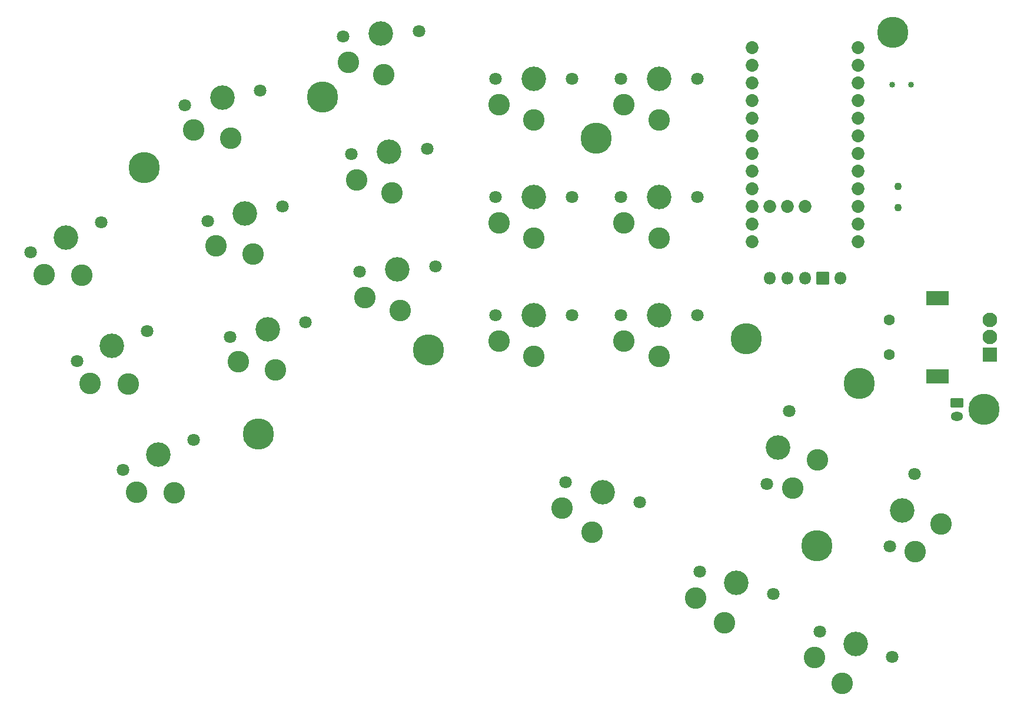
<source format=gbr>
%TF.GenerationSoftware,KiCad,Pcbnew,9.0.5*%
%TF.CreationDate,2025-11-08T17:13:18+10:00*%
%TF.ProjectId,badWingsLeft,62616457-696e-4677-934c-6566742e6b69,v1.0.0*%
%TF.SameCoordinates,Original*%
%TF.FileFunction,Soldermask,Top*%
%TF.FilePolarity,Negative*%
%FSLAX46Y46*%
G04 Gerber Fmt 4.6, Leading zero omitted, Abs format (unit mm)*
G04 Created by KiCad (PCBNEW 9.0.5) date 2025-11-08 17:13:18*
%MOMM*%
%LPD*%
G01*
G04 APERTURE LIST*
G04 Aperture macros list*
%AMRoundRect*
0 Rectangle with rounded corners*
0 $1 Rounding radius*
0 $2 $3 $4 $5 $6 $7 $8 $9 X,Y pos of 4 corners*
0 Add a 4 corners polygon primitive as box body*
4,1,4,$2,$3,$4,$5,$6,$7,$8,$9,$2,$3,0*
0 Add four circle primitives for the rounded corners*
1,1,$1+$1,$2,$3*
1,1,$1+$1,$4,$5*
1,1,$1+$1,$6,$7*
1,1,$1+$1,$8,$9*
0 Add four rect primitives between the rounded corners*
20,1,$1+$1,$2,$3,$4,$5,0*
20,1,$1+$1,$4,$5,$6,$7,0*
20,1,$1+$1,$6,$7,$8,$9,0*
20,1,$1+$1,$8,$9,$2,$3,0*%
G04 Aperture macros list end*
%ADD10C,1.100000*%
%ADD11C,1.801800*%
%ADD12C,3.100000*%
%ADD13C,3.529000*%
%ADD14C,0.800000*%
%ADD15C,4.500000*%
%ADD16C,0.850000*%
%ADD17RoundRect,0.050000X-0.850000X0.600000X-0.850000X-0.600000X0.850000X-0.600000X0.850000X0.600000X0*%
%ADD18O,1.800000X1.300000*%
%ADD19O,1.800000X1.800000*%
%ADD20RoundRect,0.050000X-0.850000X-0.850000X0.850000X-0.850000X0.850000X0.850000X-0.850000X0.850000X0*%
%ADD21RoundRect,0.050000X1.600000X1.000000X-1.600000X1.000000X-1.600000X-1.000000X1.600000X-1.000000X0*%
%ADD22C,1.600000*%
%ADD23RoundRect,0.050000X1.000000X1.000000X-1.000000X1.000000X-1.000000X-1.000000X1.000000X-1.000000X0*%
%ADD24C,2.100000*%
%ADD25C,1.852600*%
G04 APERTURE END LIST*
D10*
%TO.C,T1*%
X182754709Y-145872470D03*
X182754707Y-148872472D03*
%TD*%
D11*
%TO.C,S8*%
X115076583Y-140444784D03*
D12*
X110005038Y-146763959D03*
D13*
X109589981Y-140828445D03*
D12*
X104863745Y-144918095D03*
D11*
X104103379Y-141212106D03*
%TD*%
D14*
%TO.C,_78*%
X72753381Y-143619263D03*
X72874420Y-142362222D03*
X73556655Y-144593713D03*
X73848870Y-141558948D03*
D15*
X74331283Y-143136850D03*
D14*
X74813696Y-144714752D03*
X75105911Y-141679987D03*
X75788146Y-143911478D03*
X75909185Y-142654437D03*
%TD*%
D16*
%TO.C,B1*%
X181919707Y-131172482D03*
X184669707Y-131172484D03*
%TD*%
D11*
%TO.C,S1*%
X81406313Y-182330918D03*
D12*
X78668384Y-189956938D03*
D13*
X76343534Y-184479934D03*
D12*
X73206249Y-189885485D03*
D11*
X71280755Y-186628950D03*
%TD*%
D17*
%TO.C,JST1*%
X191214711Y-176972469D03*
D18*
X191214715Y-178972469D03*
%TD*%
D14*
%TO.C,_79*%
X137724722Y-138872471D03*
X138207996Y-137705745D03*
X138207996Y-140039197D03*
X139374722Y-137222471D03*
D15*
X139374722Y-138872471D03*
D14*
X139374722Y-140522471D03*
X140541448Y-137705745D03*
X140541448Y-140039197D03*
X141024722Y-138872471D03*
%TD*%
D11*
%TO.C,S4*%
X97490343Y-165416808D03*
D13*
X92091391Y-166466257D03*
D12*
X93226706Y-172306951D03*
X87898785Y-171101406D03*
D11*
X86692439Y-167515706D03*
%TD*%
D14*
%TO.C,_81*%
X113551190Y-169522018D03*
X113951900Y-168324423D03*
X114114674Y-170652191D03*
X115082073Y-167760939D03*
D15*
X115197171Y-169406920D03*
D14*
X115312269Y-171052901D03*
X116279668Y-168161649D03*
X116442442Y-170489417D03*
X116843152Y-169291822D03*
%TD*%
%TO.C,_80*%
X193524713Y-177972461D03*
X194007987Y-176805735D03*
X194007987Y-179139187D03*
X195174713Y-176322461D03*
D15*
X195174713Y-177972461D03*
D14*
X195174713Y-179622461D03*
X196341439Y-176805735D03*
X196341439Y-179139187D03*
X196824713Y-177972461D03*
%TD*%
D11*
%TO.C,S6*%
X91002847Y-132041472D03*
D13*
X85603895Y-133090921D03*
D12*
X86739210Y-138931615D03*
X81411289Y-137726070D03*
D11*
X80204943Y-134140370D03*
%TD*%
%TO.C,S16*%
X145587315Y-191295963D03*
D12*
X138734753Y-195619721D03*
D13*
X140274726Y-189872460D03*
D12*
X134474518Y-192200587D03*
D11*
X134962137Y-188448957D03*
%TD*%
%TO.C,S5*%
X94246606Y-148729136D03*
D13*
X88847654Y-149778585D03*
D12*
X89982969Y-155619279D03*
X84655048Y-154413734D03*
D11*
X83448702Y-150828034D03*
%TD*%
%TO.C,S7*%
X116262461Y-157403375D03*
D12*
X111190916Y-163722550D03*
D13*
X110775859Y-157787036D03*
D12*
X106049623Y-161876686D03*
D11*
X105289257Y-158170697D03*
%TD*%
%TO.C,S3*%
X68121441Y-151033763D03*
D12*
X65383512Y-158659783D03*
D13*
X63058662Y-153182779D03*
D12*
X59921377Y-158588330D03*
D11*
X57995883Y-155331795D03*
%TD*%
%TO.C,S13*%
X153874713Y-164372470D03*
D12*
X148374718Y-170322476D03*
D13*
X148374713Y-164372470D03*
D12*
X143374713Y-168122470D03*
D11*
X142874713Y-164372470D03*
%TD*%
%TO.C,S18*%
X167117551Y-178187516D03*
D12*
X171199526Y-185186805D03*
D13*
X165509507Y-183447192D03*
D12*
X167633791Y-189325110D03*
D11*
X163901463Y-188706868D03*
%TD*%
D19*
%TO.C,niceView1*%
X174454707Y-159072472D03*
D20*
X171914710Y-159072473D03*
D19*
X169374708Y-159072474D03*
X166834708Y-159072473D03*
X164294713Y-159072474D03*
%TD*%
D11*
%TO.C,S14*%
X153874705Y-147372487D03*
D12*
X148374710Y-153322493D03*
D13*
X148374705Y-147372487D03*
D12*
X143374705Y-151122487D03*
D11*
X142874705Y-147372487D03*
%TD*%
D14*
%TO.C,_76*%
X169645013Y-198353841D03*
X169545931Y-197094879D03*
X170605296Y-199174000D03*
X170366090Y-196134596D03*
D15*
X171115174Y-197604757D03*
D14*
X171864258Y-199074918D03*
X171625052Y-196035514D03*
X172684417Y-198114635D03*
X172585335Y-196855673D03*
%TD*%
D11*
%TO.C,S15*%
X153874711Y-130372482D03*
D12*
X148374716Y-136322488D03*
D13*
X148374711Y-130372482D03*
D12*
X143374711Y-134122482D03*
D11*
X142874711Y-130372482D03*
%TD*%
D14*
%TO.C,_85*%
X180384709Y-123672467D03*
X180867983Y-122505741D03*
X180867983Y-124839193D03*
X182034709Y-122022467D03*
D15*
X182034709Y-123672467D03*
D14*
X182034709Y-125322467D03*
X183201435Y-122505741D03*
X183201435Y-124839193D03*
X183684709Y-123672467D03*
%TD*%
D11*
%TO.C,S9*%
X113890741Y-123486190D03*
D12*
X108819196Y-129805365D03*
D13*
X108404139Y-123869851D03*
D12*
X103677903Y-127959501D03*
D11*
X102917537Y-124253512D03*
%TD*%
%TO.C,S12*%
X135874721Y-130372471D03*
D12*
X130374726Y-136322477D03*
D13*
X130374721Y-130372471D03*
D12*
X125374721Y-134122471D03*
D11*
X124874721Y-130372471D03*
%TD*%
D14*
%TO.C,_84*%
X175524694Y-174232469D03*
X176007968Y-173065743D03*
X176007968Y-175399195D03*
X177174694Y-172582469D03*
D15*
X177174694Y-174232469D03*
D14*
X177174694Y-175882469D03*
X178341420Y-173065743D03*
X178341420Y-175399195D03*
X178824694Y-174232469D03*
%TD*%
%TO.C,_77*%
X89179568Y-181955567D03*
X89300607Y-180698526D03*
X89982842Y-182930017D03*
X90275057Y-179895252D03*
D15*
X90757470Y-181473154D03*
D14*
X91239883Y-183051056D03*
X91532098Y-180016291D03*
X92214333Y-182247782D03*
X92335372Y-180990741D03*
%TD*%
D11*
%TO.C,S11*%
X135874727Y-147372465D03*
D12*
X130374732Y-153322471D03*
D13*
X130374727Y-147372465D03*
D12*
X125374727Y-151122465D03*
D11*
X124874727Y-147372465D03*
%TD*%
%TO.C,S17*%
X164804793Y-204563872D03*
D12*
X157805504Y-208645847D03*
D13*
X159545117Y-202955828D03*
D12*
X153667199Y-205080112D03*
D11*
X154285441Y-201347784D03*
%TD*%
%TO.C,S2*%
X74763875Y-166682350D03*
D12*
X72025946Y-174308370D03*
D13*
X69701096Y-168831366D03*
D12*
X66563811Y-174236917D03*
D11*
X64638317Y-170980382D03*
%TD*%
%TO.C,S20*%
X185153055Y-187273395D03*
D13*
X183362432Y-192473744D03*
D12*
X188988269Y-194410876D03*
X185280286Y-198422217D03*
D11*
X181571809Y-197674093D03*
%TD*%
D14*
%TO.C,_83*%
X159324702Y-167772466D03*
X159807976Y-166605740D03*
X159807976Y-168939192D03*
X160974702Y-166122466D03*
D15*
X160974702Y-167772466D03*
D14*
X160974702Y-169422466D03*
X162141428Y-166605740D03*
X162141428Y-168939192D03*
X162624702Y-167772466D03*
%TD*%
%TO.C,_82*%
X98372989Y-133092058D03*
X98773699Y-131894463D03*
X98936473Y-134222231D03*
X99903872Y-131330979D03*
D15*
X100018970Y-132976960D03*
D14*
X100134068Y-134622941D03*
X101101467Y-131731689D03*
X101264241Y-134059457D03*
X101664951Y-132861862D03*
%TD*%
D11*
%TO.C,S10*%
X135874708Y-164372462D03*
D12*
X130374713Y-170322468D03*
D13*
X130374708Y-164372462D03*
D12*
X125374708Y-168122462D03*
D11*
X124874708Y-164372462D03*
%TD*%
%TO.C,S19*%
X181921191Y-213552938D03*
D13*
X176720842Y-211762315D03*
D12*
X174783710Y-217388152D03*
X170772369Y-213680169D03*
D11*
X171520493Y-209971692D03*
%TD*%
D21*
%TO.C,ROT1*%
X188494710Y-161962467D03*
X188494708Y-173162475D03*
D22*
X181494712Y-170062478D03*
X181494709Y-165062473D03*
D23*
X195994710Y-170062474D03*
D24*
X195994708Y-165062474D03*
X195994710Y-167562474D03*
%TD*%
D25*
%TO.C,MCU1*%
X176994704Y-125902472D03*
X176994709Y-128442471D03*
X176994708Y-130982468D03*
X176994708Y-133522469D03*
X176994711Y-136062467D03*
X176994707Y-138602468D03*
X176994705Y-141142472D03*
X176994713Y-143682469D03*
X176994709Y-146222469D03*
X176994708Y-148762471D03*
X176994709Y-151302471D03*
X176994715Y-153842463D03*
X161754712Y-153842466D03*
X161754707Y-151302467D03*
X161754708Y-148762470D03*
X161754708Y-146222469D03*
X161754705Y-143682471D03*
X161754709Y-141142470D03*
X161754711Y-138602466D03*
X161754703Y-136062469D03*
X161754707Y-133522469D03*
X161754708Y-130982467D03*
X161754707Y-128442467D03*
X161754701Y-125902475D03*
X164294707Y-148762469D03*
X166834708Y-148762468D03*
X169374708Y-148762469D03*
%TD*%
M02*

</source>
